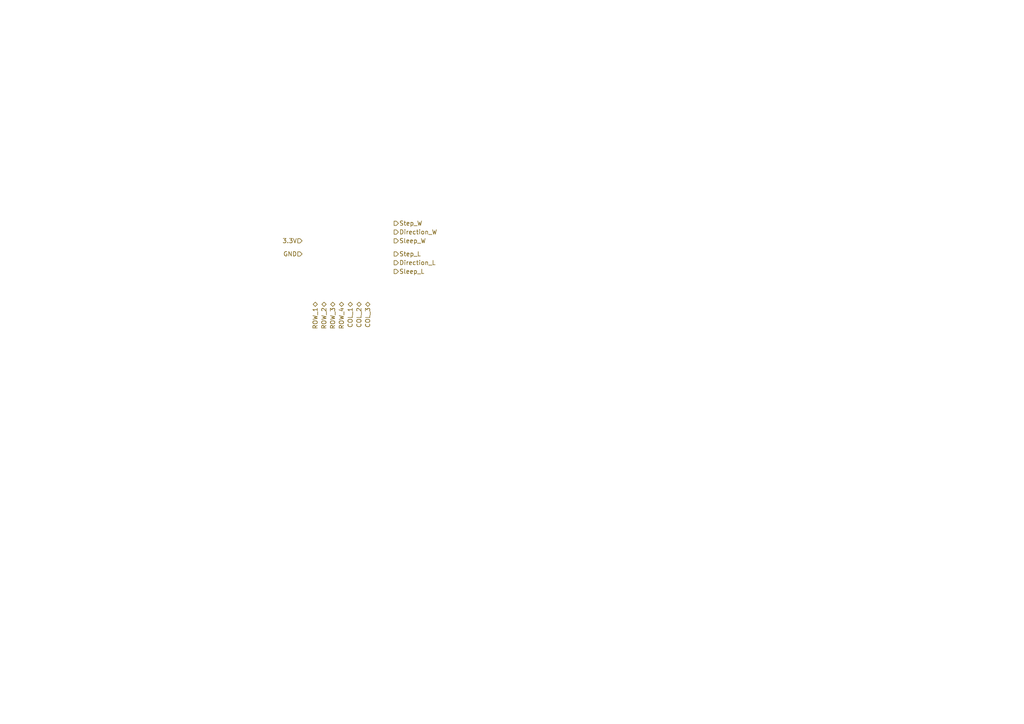
<source format=kicad_sch>
(kicad_sch
	(version 20231120)
	(generator "eeschema")
	(generator_version "8.0")
	(uuid "abc36885-077a-4731-bcc2-5ce4526778fd")
	(paper "A4")
	(lib_symbols)
	(hierarchical_label "Direction_W"
		(shape output)
		(at 114.3 67.31 0)
		(effects
			(font
				(size 1.27 1.27)
			)
			(justify left)
		)
		(uuid "24fcb810-274e-4785-a14a-30c1346da953")
	)
	(hierarchical_label "Sleep_W"
		(shape output)
		(at 114.3 69.85 0)
		(effects
			(font
				(size 1.27 1.27)
			)
			(justify left)
		)
		(uuid "2fe7cf52-6eb4-4341-ba3a-479db021f999")
	)
	(hierarchical_label "COL_2"
		(shape bidirectional)
		(at 104.14 87.63 270)
		(effects
			(font
				(size 1.27 1.27)
			)
			(justify right)
		)
		(uuid "3285ceaa-2d0e-4911-9779-e3b093c850ec")
	)
	(hierarchical_label "Sleep_L"
		(shape output)
		(at 114.3 78.74 0)
		(effects
			(font
				(size 1.27 1.27)
			)
			(justify left)
		)
		(uuid "350bbfce-1c52-4229-97e2-8fd5aa34d76d")
	)
	(hierarchical_label "ROW_4"
		(shape bidirectional)
		(at 99.06 87.63 270)
		(effects
			(font
				(size 1.27 1.27)
			)
			(justify right)
		)
		(uuid "4615d12a-0621-43be-8676-ae734fb42398")
	)
	(hierarchical_label "ROW_3"
		(shape bidirectional)
		(at 96.52 87.63 270)
		(effects
			(font
				(size 1.27 1.27)
			)
			(justify right)
		)
		(uuid "4ad2180b-a933-4824-8c9b-f097643e4999")
	)
	(hierarchical_label "Direction_L"
		(shape output)
		(at 114.3 76.2 0)
		(effects
			(font
				(size 1.27 1.27)
			)
			(justify left)
		)
		(uuid "77ff65dc-a706-411e-a9c7-908595014a33")
	)
	(hierarchical_label "Step_L"
		(shape output)
		(at 114.3 73.66 0)
		(effects
			(font
				(size 1.27 1.27)
			)
			(justify left)
		)
		(uuid "88011780-6d0f-4cb4-a0f7-abc35f126452")
	)
	(hierarchical_label "COL_3"
		(shape bidirectional)
		(at 106.68 87.63 270)
		(effects
			(font
				(size 1.27 1.27)
			)
			(justify right)
		)
		(uuid "9b1c741b-715a-43ac-ba0c-55ab43941d50")
	)
	(hierarchical_label "Step_W"
		(shape output)
		(at 114.3 64.77 0)
		(effects
			(font
				(size 1.27 1.27)
			)
			(justify left)
		)
		(uuid "a3f66176-8e53-4363-95ee-5f92429ea9d9")
	)
	(hierarchical_label "COL_1"
		(shape bidirectional)
		(at 101.6 87.63 270)
		(effects
			(font
				(size 1.27 1.27)
			)
			(justify right)
		)
		(uuid "a9332057-801f-4abc-a66e-744dba07ef0e")
	)
	(hierarchical_label "ROW_2"
		(shape bidirectional)
		(at 93.98 87.63 270)
		(effects
			(font
				(size 1.27 1.27)
			)
			(justify right)
		)
		(uuid "ac106f69-c831-4670-b5f3-5c84f238038a")
	)
	(hierarchical_label "ROW_1"
		(shape bidirectional)
		(at 91.44 87.63 270)
		(effects
			(font
				(size 1.27 1.27)
			)
			(justify right)
		)
		(uuid "b4629a7d-a0e3-4d9e-b1dc-73755c382551")
	)
	(hierarchical_label "GND"
		(shape input)
		(at 87.63 73.66 180)
		(effects
			(font
				(size 1.27 1.27)
			)
			(justify right)
		)
		(uuid "c7099e21-ac9d-470b-954c-6af8e60dd6ba")
	)
	(hierarchical_label "3.3V"
		(shape input)
		(at 87.63 69.85 180)
		(effects
			(font
				(size 1.27 1.27)
			)
			(justify right)
		)
		(uuid "c7306e1b-f216-4ff7-9400-90392bbe1dad")
	)
)

</source>
